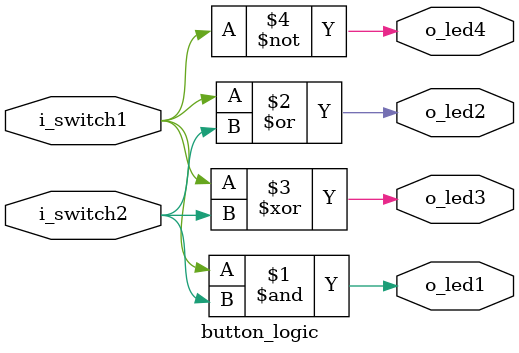
<source format=v>

module button_logic (
    input  wire i_switch1,
    input  wire i_switch2,
    output wire o_led1,
    output wire o_led2,
    output wire o_led3,
    output wire o_led4
);

    // All four gates exist simultaneously — order doesn't matter
    assign o_led1 = i_switch1 & i_switch2;   // AND gate
    assign o_led2 = i_switch1 | i_switch2;   // OR gate
    assign o_led3 = i_switch1 ^ i_switch2;   // XOR gate
    assign o_led4 = ~i_switch1;              // NOT (inverter)

endmodule

</source>
